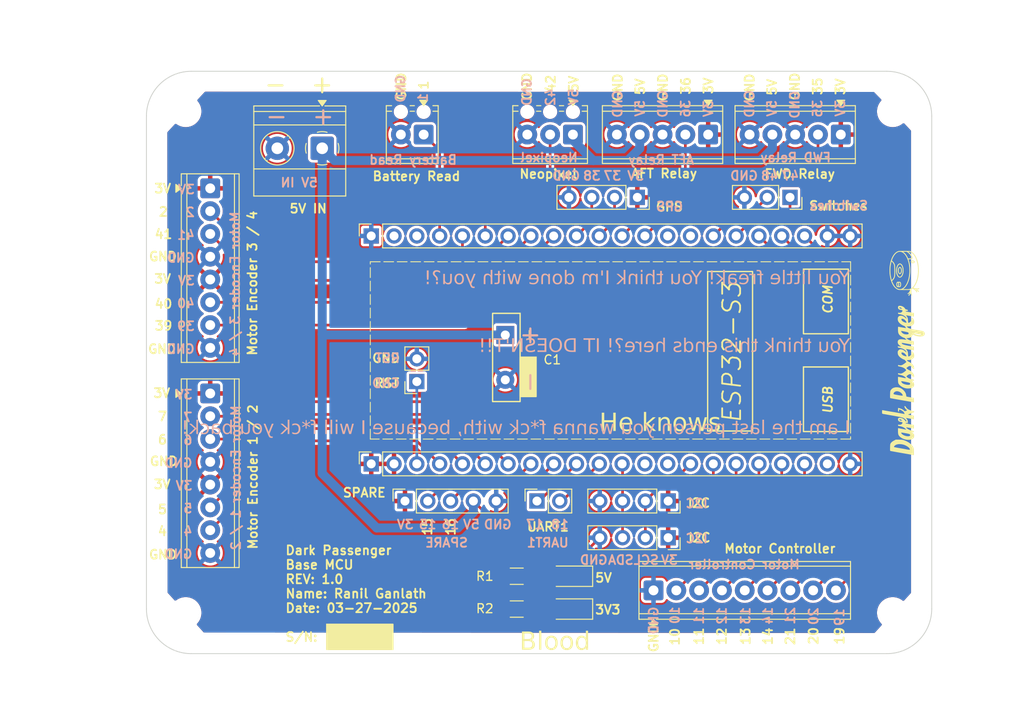
<source format=kicad_pcb>
(kicad_pcb (version 20241229) (generator "pcbnew") (generator_version "9.0")
  (title_block (title "Dark Passenger Base MCU PCB") (date "2025-03-27") (rev "1.0") (company "Ranil Ganlath"))
  (layers (0 "F.Cu" signal) (2 "B.Cu" power) (13 "F.Paste" user) (15 "B.Paste" user) (5 "F.SilkS" user "F.Silkscreen") (7 "B.SilkS" user "B.Silkscreen") (1 "F.Mask" user) (3 "B.Mask" user) (25 "Edge.Cuts" user))
  (net 0 "")
  (net 1 "GND")
  (net 2 "+5V")
  (net 3 "Net-(D1-A)")
  (net 4 "Net-(D2-A)")
  (net 5 "GPIO10")
  (net 6 "GPIO6")
  (net 7 "GPIO17")
  (net 8 "GPIO11")
  (net 9 "GPIO12")
  (net 10 "RST")
  (net 11 "GPIO13")
  (net 12 "+3.3V")
  (net 14 "GPIO16")
  (net 15 "5VIN")
  (net 16 "SDA")
  (net 17 "SCL")
  (net 19 "GPIO18")
  (net 20 "GPIO7")
  (net 21 "GPIO14")
  (net 22 "GPIO5")
  (net 23 "GPIO15")
  (net 24 "GPIO4")
  (net 25 "RX")
  (net 26 "GPIO20")
  (net 27 "GPIO37")
  (net 28 "GPIO19")
  (net 29 "GPIO2")
  (net 31 "GPIO41")
  (net 32 "GPIO21")
  (net 33 "GPIO38")
  (net 34 "GPIO35")
  (net 35 "GPIO47")
  (net 36 "GPIO39")
  (net 37 "TX")
  (net 39 "GPIO36")
  (net 40 "GPIO42")
  (net 41 "GPIO1")
  (net 42 "GPIO48")
  (net 43 "GPIO40")
  (footprint "Connector_PinSocket_2.54mm:PinSocket_1x05_P2.54mm_Vertical" (layer "F.Cu") (at 113.9192 78.8416 90)
    (property "Reference" "J13" (hide yes))
    (property "Value" "Spare")
    (pad "1" thru_hole rect (at 0 0 90) (size 1.7 1.7) (drill 1) (layers "*.Cu" "*.Mask") (net 12 "+3.3V"))
    (pad "2" thru_hole oval (at 0 2.54 90) (size 1.7 1.7) (drill 1) (layers "*.Cu" "*.Mask") (net 23 "GPIO15"))
    (pad "3" thru_hole oval (at 0 5.08 90) (size 1.7 1.7) (drill 1) (layers "*.Cu" "*.Mask") (net 14 "GPIO16"))
    (pad "4" thru_hole oval (at 0 7.62 90) (size 1.7 1.7) (drill 1) (layers "*.Cu" "*.Mask") (net 2 "+5V"))
    (pad "5" thru_hole oval (at 0 10.16 90) (size 1.7 1.7) (drill 1) (layers "*.Cu" "*.Mask") (net 1 "GND"))
  )
  (footprint "Connector_PinSocket_2.54mm:PinSocket_1x22_P2.54mm_Vertical" (layer "F.Cu") (at 110.16 74.7 90)
    (property "Reference" "J1" (hide yes))
    (property "Value" "Conn_01x22")
    (pad "1" thru_hole rect (at 0 0 90) (size 1.7 1.7) (drill 1) (layers "*.Cu" "*.Mask") (net 12 "+3.3V"))
    (pad "2" thru_hole oval (at 0 2.54 90) (size 1.7 1.7) (drill 1) (layers "*.Cu" "*.Mask") (net 12 "+3.3V"))
    (pad "3" thru_hole oval (at 0 5.08 90) (size 1.7 1.7) (drill 1) (layers "*.Cu" "*.Mask") (net 10 "RST"))
    (pad "4" thru_hole oval (at 0 7.62 90) (size 1.7 1.7) (drill 1) (layers "*.Cu" "*.Mask") (net 24 "GPIO4"))
    (pad "5" thru_hole oval (at 0 10.16 90) (size 1.7 1.7) (drill 1) (layers "*.Cu" "*.Mask") (net 22 "GPIO5"))
    (pad "6" thru_hole oval (at 0 12.7 90) (size 1.7 1.7) (drill 1) (layers "*.Cu" "*.Mask") (net 6 "GPIO6"))
    (pad "7" thru_hole oval (at 0 15.24 90) (size 1.7 1.7) (drill 1) (layers "*.Cu" "*.Mask") (net 20 "GPIO7"))
    (pad "8" thru_hole oval (at 0 17.78 90) (size 1.7 1.7) (drill 1) (layers "*.Cu" "*.Mask") (net 23 "GPIO15"))
    (pad "9" thru_hole oval (at 0 20.32 90) (size 1.7 1.7) (drill 1) (layers "*.Cu" "*.Mask") (net 14 "GPIO16"))
    (pad "10" thru_hole oval (at 0 22.86 90) (size 1.7 1.7) (drill 1) (layers "*.Cu" "*.Mask") (net 7 "GPIO17"))
    (pad "11" thru_hole oval (at 0 25.4 90) (size 1.7 1.7) (drill 1) (layers "*.Cu" "*.Mask") (net 19 "GPIO18"))
    (pad "12" thru_hole oval (at 0 27.94 90) (size 1.7 1.7) (drill 1) (layers "*.Cu" "*.Mask") (net 16 "SDA"))
    (pad "13" thru_hole oval (at 0 30.48 90) (size 1.7 1.7) (drill 1) (layers "*.Cu" "*.Mask"))
    (pad "14" thru_hole oval (at 0 33.02 90) (size 1.7 1.7) (drill 1) (layers "*.Cu" "*.Mask"))
    (pad "15" thru_hole oval (at 0 35.56 90) (size 1.7 1.7) (drill 1) (layers "*.Cu" "*.Mask") (net 17 "SCL"))
    (pad "16" thru_hole oval (at 0 38.1 90) (size 1.7 1.7) (drill 1) (layers "*.Cu" "*.Mask") (net 5 "GPIO10"))
    (pad "17" thru_hole oval (at 0 40.64 90) (size 1.7 1.7) (drill 1) (layers "*.Cu" "*.Mask") (net 8 "GPIO11"))
    (pad "18" thru_hole oval (at 0 43.18 90) (size 1.7 1.7) (drill 1) (layers "*.Cu" "*.Mask") (net 9 "GPIO12"))
    (pad "19" thru_hole oval (at 0 45.72 90) (size 1.7 1.7) (drill 1) (layers "*.Cu" "*.Mask") (net 11 "GPIO13"))
    (pad "20" thru_hole oval (at 0 48.26 90) (size 1.7 1.7) (drill 1) (layers "*.Cu" "*.Mask") (net 21 "GPIO14"))
    (pad "21" thru_hole oval (at 0 50.8 90) (size 1.7 1.7) (drill 1) (layers "*.Cu" "*.Mask") (net 15 "5VIN"))
    (pad "22" thru_hole oval (at 0 53.34 90) (size 1.7 1.7) (drill 1) (layers "*.Cu" "*.Mask") (net 1 "GND"))
  )
  (footprint "MountingHole:MountingHole_3mm" (layer "F.Cu") (at 89.5 91.3)
    (property "Reference" "H3" (hide yes))
    (property "Value" "MountingHole")
    (pad "" np_thru_hole circle (at 0 0) (size 3 3) (drill 3) (layers "*.Cu" "*.Mask"))
  )
  (footprint "Connector_PinSocket_2.54mm:PinSocket_1x04_P2.54mm_Vertical" (layer "F.Cu") (at 143.2306 82.931 -90)
    (property "Reference" "J11" (hide yes))
    (property "Value" "IMU")
    (pad "1" thru_hole rect (at 0 0 270) (size 1.7 1.7) (drill 1) (layers "*.Cu" "*.Mask") (net 12 "+3.3V"))
    (pad "2" thru_hole oval (at 0 2.54 270) (size 1.7 1.7) (drill 1) (layers "*.Cu" "*.Mask") (net 17 "SCL"))
    (pad "3" thru_hole oval (at 0 5.08 270) (size 1.7 1.7) (drill 1) (layers "*.Cu" "*.Mask") (net 16 "SDA"))
    (pad "4" thru_hole oval (at 0 7.62 270) (size 1.7 1.7) (drill 1) (layers "*.Cu" "*.Mask") (net 1 "GND"))
  )
  (footprint "LED_SMD:LED_1206_3216Metric_Pad1.42x1.75mm_HandSolder" (layer "F.Cu") (at 132.3596 90.8812 180)
    (property "Reference" "D2" (hide yes))
    (property "Value" "LED")
    (pad "1" smd roundrect (at -1.4875 0 180) (size 1.425 1.75) (layers "F.Cu" "F.Mask" "F.Paste") (roundrect_rratio 0.175439) (net 1 "GND"))
    (pad "2" smd roundrect (at 1.4875 0 180) (size 1.425 1.75) (layers "F.Cu" "F.Mask" "F.Paste") (roundrect_rratio 0.175439) (net 4 "Net-(D2-A)"))
  )
  (footprint "MountingHole:MountingHole_3mm" (layer "F.Cu") (at 168.24 91.3)
    (property "Reference" "H4" (hide yes))
    (property "Value" "MountingHole")
    (pad "" np_thru_hole circle (at 0 0) (size 3 3) (drill 3) (layers "*.Cu" "*.Mask"))
  )
  (footprint "LOGO" (layer "F.Cu") (at 169.596 65.1368 90)
    (property "Reference" "G***" (hide yes))
    (property "Value" "LOGO" (hide yes))
  )
  (footprint "TerminalBlock_Phoenix:TerminalBlock_Phoenix_MPT-0,5-8-2.54_1x08_P2.54mm_Horizontal" (layer "F.Cu") (at 92.2276 43.9928 -90)
    (property "Reference" "J15" (hide yes))
    (property "Value" "Motor Encoder 2")
    (pad "1" thru_hole roundrect (at 0 0 270) (size 2.2 2.2) (drill 1.1) (layers "*.Cu" "*.Mask") (roundrect_rratio 0.113636) (net 12 "+3.3V"))
    (pad "2" thru_hole circle (at 2.54 0 270) (size 2.2 2.2) (drill 1.1) (layers "*.Cu" "*.Mask") (net 29 "GPIO2"))
    (pad "3" thru_hole circle (at 5.08 0 270) (size 2.2 2.2) (drill 1.1) (layers "*.Cu" "*.Mask") (net 31 "GPIO41"))
    (pad "4" thru_hole circle (at 7.62 0 270) (size 2.2 2.2) (drill 1.1) (layers "*.Cu" "*.Mask") (net 1 "GND"))
    (pad "5" thru_hole circle (at 10.16 0 270) (size 2.2 2.2) (drill 1.1) (layers "*.Cu" "*.Mask") (net 12 "+3.3V"))
    (pad "6" thru_hole circle (at 12.7 0 270) (size 2.2 2.2) (drill 1.1) (layers "*.Cu" "*.Mask") (net 43 "GPIO40"))
    (pad "7" thru_hole circle (at 15.24 0 270) (size 2.2 2.2) (drill 1.1) (layers "*.Cu" "*.Mask") (net 36 "GPIO39"))
    (pad "8" thru_hole circle (at 17.78 0 270) (size 2.2 2.2) (drill 1.1) (layers "*.Cu" "*.Mask") (net 1 "GND"))
  )
  (footprint "Resistor_SMD:R_1206_3216Metric_Pad1.30x1.75mm_HandSolder" (layer "F.Cu") (at 126.3652 90.8812)
    (property "Reference" "R2" (at -3.5558 -0.0508 0) (layer "F.SilkS"))
    (property "Value" "1k")
    (pad "1" smd roundrect (at -1.55 0) (size 1.3 1.75) (layers "F.Cu" "F.Mask" "F.Paste") (roundrect_rratio 0.192308) (net 12 "+3.3V"))
    (pad "2" smd roundrect (at 1.55 0) (size 1.3 1.75) (layers "F.Cu" "F.Mask" "F.Paste") (roundrect_rratio 0.192308) (net 4 "Net-(D2-A)"))
  )
  (footprint "Connector_PinSocket_2.54mm:PinSocket_1x02_P2.54mm_Vertical" (layer "F.Cu") (at 115.24 65.532 180)
    (property "Reference" "J16" (hide yes))
    (property "Value" "RESET")
    (pad "1" thru_hole rect (at 0 0 180) (size 1.7 1.7) (drill 1) (layers "*.Cu" "*.Mask") (net 10 "RST"))
    (pad "2" thru_hole oval (at 0 2.54 180) (size 1.7 1.7) (drill 1) (layers "*.Cu" "*.Mask") (net 1 "GND"))
  )
  (footprint "TerminalBlock_Phoenix:TerminalBlock_Phoenix_MPT-0,5-9-2.54_1x09_P2.54mm_Horizontal" (layer "F.Cu") (at 141.6 88.8)
    (property "Reference" "J18" (hide yes))
    (property "Value" "Motor Control")
    (pad "1" thru_hole roundrect (at 0 0) (size 2.2 2.2) (drill 1.1) (layers "*.Cu" "*.Mask") (roundrect_rratio 0.113636) (net 1 "GND"))
    (pad "2" thru_hole circle (at 2.54 0) (size 2.2 2.2) (drill 1.1) (layers "*.Cu" "*.Mask") (net 5 "GPIO10"))
    (pad "3" thru_hole circle (at 5.08 0) (size 2.2 2.2) (drill 1.1) (layers "*.Cu" "*.Mask") (net 8 "GPIO11"))
    (pad "4" thru_hole circle (at 7.62 0) (size 2.2 2.2) (drill 1.1) (layers "*.Cu" "*.Mask") (net 9 "GPIO12"))
    (pad "5" thru_hole circle (at 10.16 0) (size 2.2 2.2) (drill 1.1) (layers "*.Cu" "*.Mask") (net 11 "GPIO13"))
    (pad "6" thru_hole circle (at 12.7 0) (size 2.2 2.2) (drill 1.1) (layers "*.Cu" "*.Mask") (net 21 "GPIO14"))
    (pad "7" thru_hole circle (at 15.24 0) (size 2.2 2.2) (drill 1.1) (layers "*.Cu" "*.Mask") (net 32 "GPIO21"))
    (pad "8" thru_hole circle (at 17.78 0) (size 2.2 2.2) (drill 1.1) (layers "*.Cu" "*.Mask") (net 26 "GPIO20"))
    (pad "9" thru_hole circle (at 20.32 0) (size 2.2 2.2) (drill 1.1) (layers "*.Cu" "*.Mask") (net 28 "GPIO19"))
  )
  (footprint "MountingHole:MountingHole_3mm" (layer "F.Cu") (at 168.24 35.42)
    (property "Reference" "H2" (hide yes))
    (property "Value" "MountingHole")
    (pad "" np_thru_hole circle (at 0 0) (size 3 3) (drill 3) (layers "*.Cu" "*.Mask"))
  )
  (footprint "Connector_PinSocket_2.54mm:PinSocket_1x22_P2.54mm_Vertical" (layer "F.Cu") (at 110.16 49.3 90)
    (property "Reference" "J2" (hide yes))
    (property "Value" "Conn_01x22")
    (pad "1" thru_hole rect (at 0 0 90) (size 1.7 1.7) (drill 1) (layers "*.Cu" "*.Mask") (net 1 "GND"))
    (pad "2" thru_hole oval (at 0 2.54 90) (size 1.7 1.7) (drill 1) (layers "*.Cu" "*.Mask") (net 37 "TX"))
    (pad "3" thru_hole oval (at 0 5.08 90) (size 1.7 1.7) (drill 1) (layers "*.Cu" "*.Mask") (net 25 "RX"))
    (pad "4" thru_hole oval (at 0 7.62 90) (size 1.7 1.7) (drill 1) (layers "*.Cu" "*.Mask") (net 41 "GPIO1"))
    (pad "5" thru_hole oval (at 0 10.16 90) (size 1.7 1.7) (drill 1) (layers "*.Cu" "*.Mask") (net 29 "GPIO2"))
    (pad "6" thru_hole oval (at 0 12.7 90) (size 1.7 1.7) (drill 1) (layers "*.Cu" "*.Mask") (net 40 "GPIO42"))
    (pad "7" thru_hole oval (at 0 15.24 90) (size 1.7 1.7) (drill 1) (layers "*.Cu" "*.Mask") (net 31 "GPIO41"))
    (pad "8" thru_hole oval (at 0 17.78 90) (size 1.7 1.7) (drill 1) (layers "*.Cu" "*.Mask") (net 43 "GPIO40"))
    (pad "9" thru_hole oval (at 0 20.32 90) (size 1.7 1.7) (drill 1) (layers "*.Cu" "*.Mask") (net 36 "GPIO39"))
    (pad "10" thru_hole oval (at 0 22.86 90) (size 1.7 1.7) (drill 1) (layers "*.Cu" "*.Mask") (net 33 "GPIO38"))
    (pad "11" thru_hole oval (at 0 25.4 90) (size 1.7 1.7) (drill 1) (layers "*.Cu" "*.Mask") (net 27 "GPIO37"))
    (pad "12" thru_hole oval (at 0 27.94 90) (size 1.7 1.7) (drill 1) (layers "*.Cu" "*.Mask") (net 39 "GPIO36"))
    (pad "13" thru_hole oval (at 0 30.48 90) (size 1.7 1.7) (drill 1) (layers "*.Cu" "*.Mask") (net 34 "GPIO35"))
    (pad "14" thru_hole oval (at 0 33.02 90) (size 1.7 1.7) (drill 1) (layers "*.Cu" "*.Mask"))
    (pad "15" thru_hole oval (at 0 35.56 90) (size 1.7 1.7) (drill 1) (layers "*.Cu" "*.Mask"))
    (pad "16" thru_hole oval (at 0 38.1 90) (size 1.7 1.7) (drill 1) (layers "*.Cu" "*.Mask") (net 42 "GPIO48"))
    (pad "17" thru_hole oval (at 0 40.64 90) (size 1.7 1.7) (drill 1) (layers "*.Cu" "*.Mask") (net 35 "GPIO47"))
    (pad "18" thru_hole oval (at 0 43.18 90) (size 1.7 1.7) (drill 1) (layers "*.Cu" "*.Mask") (net 32 "GPIO21"))
    (pad "19" thru_hole oval (at 0 45.72 90) (size 1.7 1.7) (drill 1) (layers "*.Cu" "*.Mask") (net 26 "GPIO20"))
    (pad "20" thru_hole oval (at 0 48.26 90) (size 1.7 1.7) (drill 1) (layers "*.Cu" "*.Mask") (net 28 "GPIO19"))
    (pad "21" thru_hole oval (at 0 50.8 90) (size 1.7 1.7) (drill 1) (layers "*.Cu" "*.Mask") (net 1 "GND"))
    (pad "22" thru_hole oval (at 0 53.34 90) (size 1.7 1.7) (drill 1) (layers "*.Cu" "*.Mask") (net 1 "GND"))
  )
  (footprint "LOGO" (layer "F.Cu") (at 169.596 53.1368 90)
    (property "Reference" "G***" (hide yes))
    (property "Value" "LOGO" (hide yes))
  )
  (footprint "Resistor_SMD:R_1206_3216Metric_Pad1.30x1.75mm_HandSolder" (layer "F.Cu") (at 126.3652 87.2236)
    (property "Reference" "R1" (at -3.5558 0 0) (layer "F.SilkS"))
    (property "Value" "1k")
    (pad "1" smd roundrect (at -1.55 0) (size 1.3 1.75) (layers "F.Cu" "F.Mask" "F.Paste") (roundrect_rratio 0.192308) (net 2 "+5V"))
    (pad "2" smd roundrect (at 1.55 0) (size 1.3 1.75) (layers "F.Cu" "F.Mask" "F.Paste") (roundrect_rratio 0.192308) (net 3 "Net-(D1-A)"))
  )
  (footprint "Connector_PinSocket_2.54mm:PinSocket_1x04_P2.54mm_Vertical" (layer "F.Cu") (at 143.2306 78.8416 -90)
    (property "Reference" "J10" (hide yes))
    (property "Value" "SPARE I2C")
    (pad "1" thru_hole rect (at 0 0 270) (size 1.7 1.7) (drill 1) (layers "*.Cu" "*.Mask") (net 12 "+3.3V"))
    (pad "2" thru_hole oval (at 0 2.54 270) (size 1.7 1.7) (drill 1) (layers "*.Cu" "*.Mask") (net 17 "SCL"))
    (pad "3" thru_hole oval (at 0 5.08 270) (size 1.7 1.7) (drill 1) (layers "*.Cu" "*.Mask") (net 16 "SDA"))
    (pad "4" thru_hole oval (at 0 7.62 270) (size 1.7 1.7) (drill 1) (layers "*.Cu" "*.Mask") (net 1 "GND"))
  )
  (footprint "TerminalBlock_Phoenix:TerminalBlock_Phoenix_MPT-0,5-3-2.54_1x03_P2.54mm_Horizontal" (layer "F.Cu") (at 132.6246 38 180)
    (property "Reference" "J4" (hide yes))
    (property "Value" "NeoPixel")
    (pad "" np_thru_hole circle (at 0 2.54 180) (size 1.1 1.1) (drill 1.1) (layers "*.Cu" "*.Mask"))
    (pad "" np_thru_hole circle (at 2.54 2.54 180) (size 1.1 1.1) (drill 1.1) (layers "*.Cu" "*.Mask"))
    (pad "" np_thru_hole circle (at 5.08 2.54 180) (size 1.1 1.1) (drill 1.1) (layers "*.Cu" "*.Mask"))
    (pad "1" thru_hole roundrect (at 0 0 180) (size 2.2 2.2) (drill 1.1) (layers "*.Cu" "*.Mask") (roundrect_rratio 0.113636) (net 2 "+5V"))
    (pad "2" thru_hole circle (at 2.54 0 180) (size 2.2 2.2) (drill 1.1) (layers "*.Cu" "*.Mask") (net 40 "GPIO42"))
    (pad "3" thru_hole circle (at 5.08 0 180) (size 2.2 2.2) (drill 1.1) (layers "*.Cu" "*.Mask") (net 1 "GND"))
  )
  (footprint "GanlathLib:CP_Radial_D10.0mm_P5.00mm" (layer "F.Cu") (at 125.090781 60.3356 -90)
    (property "Reference" "C1" (at 2.758 -5.236819 180) (layer "F.SilkS"))
    (property "Value" "C_Polarized" (hide yes))
    (pad "1" thru_hole rect (at 0 0 270) (size 2 2) (drill 1) (layers "*.Cu" "*.Mask") (net 2 "+5V"))
    (pad "2" thru_hole circle (at 5 0 270) (size 2 2) (drill 1) (layers "*.Cu" "*.Mask") (net 1 "GND"))
  )
  (footprint "Connector_PinSocket_2.54mm:PinSocket_1x03_P2.54mm_Vertical" (layer "F.Cu") (at 156.79928 44.99864 -90)
    (property "Reference" "J12" (hide yes))
    (property "Value" "Toggle Switches")
    (pad "1" thru_hole rect (at 0 0 270) (size 1.7 1.7) (drill 1) (layers "*.Cu" "*.Mask") (net 35 "GPIO47"))
    (pad "2" thru_hole oval (at 0 2.54 270) (size 1.7 1.7) (drill 1) (layers "*.Cu" "*.Mask") (net 42 "GPIO48"))
    (pad "3" thru_hole oval (at 0 5.08 270) (size 1.7 1.7) (drill 1) (layers "*.Cu" "*.Mask") (net 1 "GND"))
  )
  (footprint "TerminalBlock_Phoenix:TerminalBlock_Phoenix_MPT-0,5-5-2.54_1x05_P2.54mm_Horizontal" (layer "F.Cu") (at 147.6846 38 180)
    (property "Reference" "J7" (hide yes))
    (property "Value" "AFT_LED_RELAY")
    (pad "1" thru_hole roundrect (at 0 0 180) (size 2.2 2.2) (drill 1.1) (layers "*.Cu" "*.Mask") (roundrect_rratio 0.113636) (net 12 "+3.3V"))
    (pad "2" thru_hole circle (at 2.54 0 180) (size 2.2 2.2) (drill 1.1) (layers "*.Cu" "*.Mask") (net 39 "GPIO36"))
    (pad "3" thru_hole circle (at 5.08 0 180) (size 2.2 2.2) (drill 1.1) (layers "*.Cu" "*.Mask") (net 1 "GND"))
    (pad "4" thru_hole circle (at 7.62 0 180) (size 2.2 2.2) (drill 1.1) (layers "*.Cu" "*.Mask") (net 2 "+5V"))
    (pad "5" thru_hole circle (at 10.16 0 180) (size 2.2 2.2) (drill 1.1) (layers "*.Cu" "*.Mask") (net 1 "GND"))
  )
  (footprint "Connector_PinSocket_2.54mm:PinSocket_1x02_P2.54mm_Vertical" (layer "F.Cu") (at 128.62072 78.8416 90)
    (property "Reference" "J9" (hide yes))
    (property "Value" "UART")
    (pad "1" thru_hole rect (at 0 0 90) (size 1.7 1.7) (drill 1) (layers "*.Cu" "*.Mask") (net 7 "GPIO17"))
    (pad "2" thru_hole oval (at 0 2.54 90) (size 1.7 1.7) (drill 1) (layers "*.Cu" "*.Mask") (net 19 "GPIO18"))
  )
  (footprint "TerminalBlock_Phoenix:TerminalBlock_Phoenix_MPT-0,5-8-2.54_1x08_P2.54mm_Horizontal" (layer "F.Cu") (at 92.2276 66.8528 -90)
    (property "Reference" "J14" (hide yes))
    (property "Value" "Motor Encoder 1")
    (pad "1" thru_hole roundrect (at 0 0 270) (size 2.2 2.2) (drill 1.1) (layers "*.Cu" "*.Mask") (roundrect_rratio 0.113636) (net 12 "+3.3V"))
    (pad "2" thru_hole circle (at 2.54 0 270) (size 2.2 2.2) (drill 1.1) (layers "*.Cu" "*.Mask") (net 20 "GPIO7"))
    (pad "3" thru_hole circle (at 5.08 0 270) (size 2.2 2.2) (drill 1.1) (layers "*.Cu" "*.Mask") (net 6 "GPIO6"))
    (pad "4" thru_hole circle (at 7.62 0 270) (size 2.2 2.2) (drill 1.1) (layers "*.Cu" "*.Mask") (net 1 "GND"))
    (pad "5" thru_hole circle (at 10.16 0 270) (size 2.2 2.2) (drill 1.1) (layers "*.Cu" "*.Mask") (net 12 "+3.3V"))
    (pad "6" thru_hole circle (at 12.7 0 270) (size 2.2 2.2) (drill 1.1) (layers "*.Cu" "*.Mask") (net 22 "GPIO5"))
    (pad "7" thru_hole circle (at 15.24 0 270) (size 2.2 2.2) (drill 1.1) (layers "*.Cu" "*.Mask") (net 24 "GPIO4"))
    (pad "8" thru_hole circle (at 17.78 0 270) (size 2.2 2.2) (drill 1.1) (layers "*.Cu" "*.Mask") (net 1 "GND"))
  )
  (footprint "TerminalBlock_Phoenix:TerminalBlock_Phoenix_MPT-0,5-5-2.54_1x05_P2.54mm_Horizontal" (layer "F.Cu") (at 162.4586 38 180)
    (property "Reference" "J6" (hide yes))
    (property "Value" "FWD_LED_RELAY")
    (pad "1" thru_hole roundrect (at 0 0 180) (size 2.2 2.2) (drill 1.1) (layers "*.Cu" "*.Mask") (roundrect_rratio 0.113636) (net 12 "+3.3V"))
    (pad "2" thru_hole circle (at 2.54 0 180) (size 2.2 2.2) (drill 1.1) (layers "*.Cu" "*.Mask") (net 34 "GPIO35"))
    (pad "3" thru_hole circle (at 5.08 0 180) (size 2.2 2.2) (drill 1.1) (layers "*.Cu" "*.Mask") (net 1 "GND"))
    (pad "4" thru_hole circle (at 7.62 0 180) (size 2.2 2.2) (drill 1.1) (layers "*.Cu" "*.Mask") (net 2 "+5V"))
    (pad "5" thru_hole circle (at 10.16 0 180) (size 2.2 2.2) (drill 1.1) (layers "*.Cu" "*.Mask") (net 1 "GND"))
  )
  (footprint "Connector_PinSocket_2.54mm:PinSocket_1x04_P2.54mm_Vertical" (layer "F.Cu") (at 139.79906 44.99864 -90)
    (property "Reference" "J8" (hide yes))
    (property "Value" "GPS")
    (pad "1" thru_hole rect (at 0 0 270) (size 1.7 1.7) (drill 1) (layers "*.Cu" "*.Mask") (net 12 "+3.3V"))
    (pad "2" thru_hole oval (at 0 2.54 270) (size 1.7 1.7) (drill 1) (layers "*.Cu" "*.Mask") (net 27 "GPIO37"))
    (pad "3" thru_hole oval (at 0 5.08 270) (size 1.7 1.7) (drill 1) (layers "*.Cu" "*.Mask") (net 33 "GPIO38"))
    (pad "4" thru_hole oval (at 0 7.62 270) (size 1.7 1.7) (drill 1) (layers "*.Cu" "*.Mask") (net 1 "GND"))
  )
  (footprint "MountingHole:MountingHole_3mm" (layer "F.Cu") (at 89.5 35.42)
    (property "Reference" "H1" (hide yes))
    (property "Value" "MountingHole")
    (pad "" np_thru_hole circle (at 0 0) (size 3 3) (drill 3) (layers "*.Cu" "*.Mask"))
  )
  (footprint "TerminalBlock_Phoenix:TerminalBlock_Phoenix_MPT-0,5-2-2.54_1x02_P2.54mm_Horizontal" (layer "F.Cu") (at 116 38 180)
    (property "Reference" "J3" (hide yes))
    (property "Value" "Battery IN")
    (pad "" np_thru_hole circle (at 0 2.54 180) (size 1.1 1.1) (drill 1.1) (layers "*.Cu" "*.Mask"))
    (pad "" np_thru_hole circle (at 2.54 2.54 180) (size 1.1 1.1) (drill 1.1) (layers "*.Cu" "*.Mask"))
    (pad "1" thru_hole roundrect (at 0 0 180) (size 2.2 2.2) (drill 1.1) (layers "*.Cu" "*.Mask") (roundrect_rratio 0.113636) (net 41 "GPIO1"))
    (pad "2" thru_hole circle (at 2.54 0 180) (size 2.2 2.2) (drill 1.1) (layers "*.Cu" "*.Mask") (net 1 "GND"))
  )
  (footprint "LED_SMD:LED_1206_3216Metric_Pad1.42x1.75mm_HandSolder" (layer "F.Cu") (at 132.3596 87.2236 180)
    (property "Reference" "D1" (hide yes))
    (property "Value" "LED")
    (pad "1" smd roundrect (at -1.4875 0 180) (size 1.425 1.75) (layers "F.Cu" "F.Mask" "F.Paste") (roundrect_rratio 0.175439) (net 1 "GND"))
    (pad "2" smd roundrect (at 1.4875 0 180) (size 1.425 1.75) (layers "F.Cu" "F.Mask" "F.Paste") (roundrect_rratio 0.175439) (net 3 "Net-(D1-A)"))
  )
  (footprint "TerminalBlock_Phoenix:TerminalBlock_Phoenix_MKDS-1,5-2_1x02_P5.00mm_Horizontal" (layer "F.Cu") (at 104.7 39.5275 180)
    (property "Reference" "J5" (hide yes))
    (property "Value" "5V IN")
    (pad "1" thru_hole roundrect (at 0 0 180) (size 2.6 2.6) (drill 1.3) (layers "*.Cu" "*.Mask") (roundrect_rratio 0.096154) (net 2 "+5V"))
    (pad "2" thru_hole circle (at 5 0 180) (size 2.6 2.6) (drill 1.3) (layers "*.Cu" "*.Mask") (net 1 "GND"))
  )
  (gr_rect (start 105.207 92.58) (end 112.573 95.38) (stroke (width 0.15)) (fill yes) (layer "F.SilkS"))
  (gr_rect (start 158.3 53) (end 163.3 60.2) (stroke (width 0.15)) (fill no) (layer "F.SilkS"))
  (gr_rect (start 158.3 63.9) (end 163.3 71.1) (stroke (width 0.15)) (fill no) (layer "F.SilkS"))
  (gr_rect (start 110.0572 52.1716) (end 163.5508 71.9328) (stroke (width 0.1) (type dash)) (fill no) (layer "F.SilkS"))
  (gr_rect (start 147.6284 53.2616) (end 152.6284 71.0384) (stroke (width 0.15)) (fill no) (layer "F.SilkS"))
  (gr_line (start 167.58443 30.945933) (end 90.124336 30.945935) (stroke (width 0.1)) (layer "Edge.Cuts"))
  (gr_arc (start 167.584466 30.945933) (mid 171.120005 32.410442) (end 172.584467 35.946) (stroke (width 0.1)) (layer "Edge.Cuts"))
  (gr_line (start 85.124335 35.945933) (end 85.124333 90.8509) (stroke (width 0.1)) (layer "Edge.Cuts"))
  (gr_arc (start 90.124333 95.850866) (mid 86.588789 94.386409) (end 85.124333 90.850864) (stroke (width 0.1)) (layer "Edge.Cuts"))
  (gr_line (start 90.124333 95.850865) (end 167.5845 95.850867) (stroke (width 0.1)) (layer "Edge.Cuts"))
  (gr_arc (start 172.584466 90.850867) (mid 171.120009 94.386411) (end 167.584464 95.850867) (stroke (width 0.1)) (layer "Edge.Cuts"))
  (gr_arc (start 85.124334 35.945933) (mid 86.588799 32.410394) (end 90.124336 30.945933) (stroke (width 0.1)) (layer "Edge.Cuts"))
  (gr_line (start 172.584466 90.8509) (end 172.584466 35.946) (stroke (width 0.1)) (layer "Edge.Cuts"))
  (gr_text "1" (at 116.6 33.1 90) (layer "F.SilkS") (effects (font (size 1 1) (thickness 0.2)) (justify left bottom)))
  (gr_text "RST" (at 110.414 66.294 0) (layer "F.SilkS") (effects (font (size 1 1) (thickness 0.2)) (justify left bottom)))
  (gr_text "5V" (at 155.3892 33.7556 90) (layer "F.SilkS") (effects (font (size 1 1) (thickness 0.2)) (justify left bottom)))
  (gr_text "19" (at 162.9064 94.9492 90) (layer "F.SilkS") (effects (font (size 1 1) (thickness 0.2)) (justify left bottom)))
  (gr_text "GPS" (at 141.7576 46.6344 0) (layer "F.SilkS") (effects (font (size 1 1) (thickness 0.2)) (justify left bottom)))
  (gr_text "GND" (at 110.16 63.5 0) (layer "F.SilkS") (effects (font (size 1 1) (thickness 0.2)) (justify left bottom)))
  (gr_text "40" (at 85.9428 57.4616 0) (layer "F.SilkS") (effects (font (size 1 1) (thickness 0.2)) (justify left bottom)))
  (gr_text "41" (at 85.9428 49.6892 0) (layer "F.SilkS") (effects (font (size 1 1) (thickness 0.2)) (justify left bottom)))
  (gr_text "16" (at 119.6 82.8 90) (layer "F.SilkS") (effects (font (size 1 1) (thickness 0.2)) (justify left bottom)))
  (gr_text "3V" (at 148.3 33.6 90) (layer "F.SilkS") (effects (font (size 1 1) (thickness 0.2)) (justify left bottom)))
  (gr_text "2" (at 86.4 47.2 0) (layer "F.SilkS") (effects (font (size 1 1) (thickness 0.2)) (justify left bottom)))
  (gr_text "GND" (at 142.2 95.8 90) (layer "F.SilkS") (effects (font (size 1 1) (thickness 0.2)) (justify left bottom)))
  (gr_text "+" (at 106.1 31.5 180) (layer "F.SilkS") (effects (font (size 2 2) (thickness 0.25) (bold yes)) (justify left bottom)))
  (gr_text "35" (at 160.4692 33.7048 90) (layer "F.SilkS") (effects (font (size 1 1) (thickness 0.2)) (justify left bottom)))
  (gr_text "Motor Controller" (at 149.3776 84.7344 0) (layer "F.SilkS") (effects (font (size 1 1) (thickness 0.2)) (justify left bottom)))
  (gr_text "ESP32-S3" (at 151.5 70.3 90) (layer "F.SilkS") (effects (font (size 2 2) (thickness 0.2) (bold yes) (italic yes)) (justify left bottom)))
  (gr_text "5V" (at 135.0012 87.9856 0) (layer "F.SilkS") (effects (font (size 1 1) (thickness 0.2)) (justify left bottom)))
  (gr_text "3V" (at 85.892 54.6676 0) (layer "F.SilkS") (effects (font (size 1 1) (thickness 0.2)) (justify left bottom)))
  (gr_text "4" (at 86.3 82.8 0) (layer "F.SilkS") (effects (font (size 1 1) (thickness 0.2)) (justify left bottom)))
  (gr_text "3V" (at 85.8428 77.5676 0) (layer "F.SilkS") (effects (font (size 1 1) (thickness 0.2)) (justify left bottom)))
  (gr_text "He knows" (at 135.56 71.374 0) (layer "F.SilkS") (effects (font (size 2 2) (thickness 0.2)) (justify left bottom)))
  (gr_text "GND" (at 128.1 34.3 90) (layer "F.SilkS") (effects (font (size 1 1) (thickness 0.2)) (justify left bottom)))
  (gr_text "FWD Relay" (at 153.848 42.9768 0) (layer "F.SilkS") (effects (font (size 1 1) (thickness 0.2)) (justify left bottom)))
  (gr_text "3V3" (at 135.0012 91.5416 0) (layer "F.SilkS") (effects (font (size 1 1) (thickness 0.2)) (justify left bottom)))
  (gr_text "GND" (at 114.1 34.3 90) (layer "F.SilkS") (effects (font (size 1 1) (thickness 0.2)) (justify left bottom)))
  (gr_text "3V" (at 163 33.7 90) (layer "F.SilkS") (effects (font (size 1 1) (thickness 0.2)) (justify left bottom)))
  (gr_text "-" (at 100.9 31.5 180) (layer "F.SilkS") (effects (font (size 2 2) (thickness 0.25) (bold yes)) (justify left bottom)))
  (gr_text "Neopixel" (at 126.5684 42.9768 0) (layer "F.SilkS") (effects (font (size 1 1) (thickness 0.2)) (justify left bottom)))
  (gr_text "21" (at 157.42 95 90) (layer "F.SilkS") (effects (font (size 1 1) (thickness 0.2)) (justify left bottom)))
  (gr_text "15" (at 117 82.8 90) (layer "F.SilkS") (effects (font (size 1 1) (thickness 0.2)) (justify left bottom)))
  (gr_text "6" (at 86.3 72.5892 0) (layer "F.SilkS") (effects (font (size 1 1) (thickness 0.2)) (justify left bottom)))
  (gr_text "Switches" (at 158.8264 46.5328 0) (layer "F.SilkS") (effects (font (size 1 1) (thickness 0.2)) (justify left bottom)))
  (gr_text "Blood" (at 126.67 95.758 0) (layer "F.SilkS") (effects (font (size 2 2) (thickness 0.2)) (justify left bottom)))
  (gr_text "GND" (at 143.2292 34.4 90) (layer "F.SilkS") (effects (font (size 1 1) (thickness 0.2)) (justify left bottom)))
  (gr_text "36" (at 145.78 33.6492 90) (layer "F.SilkS") (effects (font (size 1 1) (thickness 0.2)) (justify left bottom)))
  (gr_text "I2C" (at 145.3644 83.5152 0) (layer "F.SilkS") (effects (font (size 1 1) (thickness 0.2)) (justify left bottom)))
  (gr_text "AFT Relay" (at 139.0144 42.926 0) (layer "F.SilkS") (effects (font (size 1 1) (thickness 0.2)) (justify left bottom)))
  (gr_text "Dark Passenger \nBase MCU\nREV: 1.0\nName: Ranil Ganlath\nDate: 03-27-2025\n\nS/N:" (at 100.508 94.58 0) (layer "F.SilkS") (effects (font (size 1 1) (thickness 0.2)) (justify left bottom)))
  (gr_text "SPARE" (at 106.9 78.5 0) (layer "F.SilkS") (effects (font (size 1 1) (thickness 0.2)) (justify left bottom)))
  (gr_text "I2C" (at 145.3136 79.6544 0) (layer "F.SilkS") (effects (font (size 1 1) (thickness 0.2)) (justify left bottom)))
  (gr_text "Motor Encoder 1 / 2" (at 97.5616 84.328 90) (layer "F.SilkS") (effects (font (size 1 1) (thickness 0.2)) (justify left bottom)))
  (gr_text "10" (at 144.5676 95.0508 90) (layer "F.SilkS") (effects (font (size 1 1) (thickness 0.2)) (justify left bottom)))
  (gr_text "GND" (at 152.8892 34.4048 90) (layer "F.SilkS") (effects (font (size 1 1) (thickness 0.2)) (justify left bottom)))
  (gr_text "5" (at 86.3 80.3616 0) (layer "F.SilkS") (effects (font (size 1 1) (thickness 0.2)) (justify left bottom)))
  (gr_text "Battery Read" (at 110.2108 43.2308 0) (layer "F.SilkS") (effects (font (size 1 1) (thickness 0.2)) (justify left bottom)))
  (gr_text "5V" (at 133.3 33.4 90) (layer "F.SilkS") (effects (font (size 1 1) (thickness 0.2)) (justify left bottom)))
  (gr_text "3V" (at 85.8 67.4 0) (layer "F.SilkS") (effects (font (size 1 1) (thickness 0.2)) (justify left bottom)))
  (gr_text "GND" (at 157.9292 34.3 90) (layer "F.SilkS") (effects (font (size 1 1) (thickness 0.2)) (justify left bottom)))
  (gr_text "20" (at 160.0108 94.9492 90) (layer "F.SilkS") (effects (font (size 1 1) (thickness 0.2)) (justify left bottom)))
  (gr_text "USB" (at 161.6 69.2 90) (layer "F.SilkS") (effects (font (size 1 1) (thickness 0.2) (bold yes) (italic yes)) (justify left bottom)))
  (gr_text "GND" (at 85.3 85.4 0) (layer "F.SilkS") (effects (font (size 1 1) (thickness 0.2)) (justify left bottom)))
  (gr_text "7" (at 86.3 70 0) (layer "F.SilkS") (effects (font (size 1 1) (thickness 0.2)) (justify left bottom)))
  (gr_text "GND" (at 85.3 52.1784 0) (layer "F.SilkS") (effects (font (size 1 1) (thickness 0.2)) (justify left bottom)))
  (gr_text "11" (at 147.26 95 90) (layer "F.SilkS") (effects (font (size 1 1) (thickness 0.2)) (justify left bottom)))
  (gr_text "3V" (at 85.9 44.6 0) (layer "F.SilkS") (effects (font (size 1 1) (thickness 0.2)) (justify left bottom)))
  (gr_text "COM" (at 161.6 58.1 90) (layer "F.SilkS") (effects (font (size 1 1) (thickness 0.2) (bold yes) (italic yes)) (justify left bottom)))
  (gr_text "5V" (at 140.7 33.7 90) (layer "F.SilkS") (effects (font (size 1 1) (thickness 0.2)) (justify left bottom)))
  (gr_text "GND" (at 85.2 62.4908 0) (layer "F.SilkS") (effects (font (size 1 1) (thickness 0.2)) (justify left bottom)))
  (gr_text "42" (at 130.734 33.4064 90) (layer "F.SilkS") (effects (font (size 1 1) (thickness 0.2)) (justify left bottom)))
  (gr_text "12" (at 149.8 95 90) (layer "F.SilkS") (effects (font (size 1 1) (thickness 0.2)) (justify left bottom)))
  (gr_text "13" (at 152.4416 95 90) (layer "F.SilkS") (effects (font (size 1 1) (thickness 0.2)) (justify left bottom)))
  (gr_text "UART1" (at 127.4 82.3 0) (layer "F.SilkS") (effects (font (size 1 1) (thickness 0.2)) (justify left bottom)))
  (gr_text "39" (at 85.9428 59.9 0) (layer "F.SilkS") (effects (font (size 1 1) (thickness 0.2)) (justify left bottom)))
  (gr_text "GND" (at 85.4 75 0) (layer "F.SilkS") (effects (font (size 1 1) (thickness 0.2)) (justify left bottom)))
  (gr_text "5V IN" (at 100.9652 46.8376 0) (layer "F.SilkS") (effects (font (size 1 1) (thickness 0.2)) (justify left bottom)))
  (gr_text "14" (at 154.9308 95 90) (layer "F.SilkS") (effects (font (size 1 1) (thickness 0.2)) (justify left bottom)))
  (gr_text "GND" (at 138.2 34.4 90) (layer "F.SilkS") (effects (font (size 1 1) (thickness 0.2)) (justify left bottom)))
  (gr_text "Motor Encoder 3 / 4" (at 97.5108 62.738 90) (layer "F.SilkS") (effects (font (size 1 1) (thickness 0.2)) (justify left bottom)))
  (gr_text "SPARE" (at 121.04 84.074 0) (layer "B.SilkS") (effects (font (size 1 1) (thickness 0.2)) (justify left bottom mirror)))
  (gr_text "RST" (at 113.462 63.5 0) (layer "B.SilkS") (effects (font (size 1 1) (thickness 0.2)) (justify left bottom mirror)))
  (gr_text "5V IN" (at 104.318 43.942 0) (layer "B.SilkS") (effects (font (size 1 1) (thickness 0.2)) (justify left bottom mirror)))
  (gr_text "-" (at 128.9 64.17381 90) (layer "B.SilkS") (effects (font (size 2 2) (thickness 0.25) (bold yes)) (justify left bottom mirror)))
  (gr_text "I am the last person you wanna f*ck with, because I will f*ck you back!" (at 163.5 71.628 0) (layer "B.SilkS") (effects (font (size 1.5 1.5) (thickness 0.2)) (justify left bottom mirror)))
  (gr_text "5V" (at 155.372 34.036 90) (layer "B.SilkS") (effects (font (size 1 1) (thickness 0.2)) (justify left bottom mirror)))
  (gr_text "37" (at 138.1 43.18 0) (layer "B.SilkS") (effects (font (size 1 1) (thickness 0.2)) (justify left bottom mirror)))
  (gr_text "+" (at 128.9 58.97381 90) (layer "B.SilkS") (effects (font (size 2 2) (thickness 0.25) (bold yes)) (justify left bottom mirror)))
  (gr_text "GND" (at 157.912 33.02 90) (layer "B.SilkS") (effects (font (size 1 1) (thickness 0.2)) (justify left bottom mirror)))
  (gr_text "GND" (at 152.872 32.9152 90) (layer "B.SilkS") (effects (font (size 1 1) (thickness 0.2)) (justify left bottom mirror)))
  (gr_text "3V" (at 90.602 44.704 0) (layer "B.SilkS") (effects (font (size 1 1) (thickness 0.2)) (justify left bottom mirror)))
  (gr_text "5" (at 90.348 80.264 0) (layer "B.SilkS") (effects (font (size 1 1) (thickness 0.2)) (justify left bottom mirror)))
  (gr_text "GND" (at 113.462 66.294 0) (layer "B.SilkS") (effects (font (size 1 1) (thickness 0.2)) (justify left bottom mirror)))
  (gr_text "5V" (at 140.6828 34.036 90) (layer "B.SilkS") (effects (font (size 1 1) (thickness 0.2)) (justify left bottom mirror)))
  (gr_text "GND" (at 133.528 43.18 0) (layer "B.SilkS") (effects (font (size 1 1) (thickness 0.2)) (justify left bottom mirror)))
  (gr_text "+" (at 106.216 37.0805 0) (layer "B.SilkS") (effects (font (size 2 2) (thickness 0.25) (bold yes)) (justify left bottom mirror)))
  (gr_text "5V" (at 122.352 82.042 0) (layer "B.SilkS") (effects (font (size 1 1) (thickness 0.2)) (justify left bottom mirror)))
  (gr_text "7" (at 90.348 70.104 0) (layer "B.SilkS") (effects (font (size 1 1) (thickness 0.2)) (justify left bottom mirror)))
  (gr_text "3V" (at 140.64 43.18 0) (layer "B.SilkS") (effects (font (size 1 1) (thickness 0.2)) (justify left bottom mirror)))
  (gr_text "GND" (at 138.1828 32.92 90) (layer "B.SilkS") (effects (font (size 1 1) (thickness 0.2)) (justify left bottom mirror)))
  (gr_text "GND" (at 128.074 31.612 90) (layer "B.SilkS") (effects (font (size 1 1) (thickness 0.2)) (justify left bottom mirror)))
  (gr_text "3V" (at 144.4 86 0) (layer "B.SilkS") (effects (font (size 1 1) (thickness 0.2)) (justify left bottom mirror)))
  (gr_text "SCL" (at 142.3 86 0) (layer "B.SilkS") (effects (font (size 1 1) (thickness 0.2)) (justify left bottom mirror)))
  (gr_text "GPS" (at 145 46.6 0) (layer "B.SilkS") (effects (font (size 1 1) (thickness 0.2)) (justify left bottom mirror)))
  (gr_text "21" (at 157.42 90.5492 90) (layer "B.SilkS") (effects (font (size 1 1) (thickness 0.2)) (justify left bottom mirror)))
  (gr_text "13" (at 152.4416 90.5492 90) (layer "B.SilkS") (effects (font (size 1 1) (thickness 0.2)) (justify left bottom mirror)))
  (gr_text "GND" (at 143.212 32.92 90) (layer "B.SilkS") (effects (font (size 1 1) (thickness 0.2)) (justify left bottom mirror)))
  (gr_text "SDA" (at 139.5 86 0) (layer "B.SilkS") (effects (font (size 1 1) (thickness 0.2)) (justify left bottom mirror)))
  (gr_text "42" (at 130.708 32.7596 90) (layer "B.SilkS") (effects (font (size 1 1) (thickness 0.2)) (justify left bottom mirror)))
  (gr_text "UART1" (at 132.258 84.074 0) (layer "B.SilkS") (effects (font (size 1 1) (thickness 0.2)) (justify left bottom mirror)))
  (gr_text "36" (at 145.7628 34.036 90) (layer "B.SilkS") (effects (font (size 1 1) (thickness 0.2)) (justify left bottom mirror)))
  (gr_text "GND" (at 114.01 31.242 90) (layer "B.SilkS") (effects (font (size 1 1) (thickness 0.2)) (justify left bottom mirror)))
  (gr_text "GND" (at 90.602 62.484 0) (layer "B.SilkS") (effects (font (size 1 1) (thickness 0.2)) (justify left bottom mirror)))
  (gr_text "41" (at 90.602 49.784 0) (layer "B.SilkS") (effects (font (size 1 1) (thickness 0.2)) (justify left bottom mirror)))
  (gr_text "GND" (at 153.34 43.18 0) (layer "B.SilkS") (effects (font (size 1 1) (thickness 0.2)) (justify left bottom mirror)))
  (gr_text "4" (at 90.348 82.804 0) (layer "B.SilkS") (effects (font (size 1 1) (thickness 0.2)) (justify left bottom mirror)))
  (gr_text "16" (at 120.066 82.042 0) (layer "B.SilkS") (effects (font (size 1 1) (thickness 0.2)) (justify left bottom mirror)))
  (gr_text "17" (at 129.464 82.042 0) (layer "B.SilkS") (effects (font (size 1 1) (thickness 0.2)) (justify left bottom mirror)))
  (gr_text "GND" (at 125.908 82.042 0) (layer "B.SilkS") (effects (font (size 1 1) (thickness 0.2)) (justify left bottom mirror)))
  (gr_text "Motor Encoder 3 / 4" (at 95.582 46.472 90) (layer "B.SilkS") (effects (font (size 1 1) (thickness 0.2)) (justify left bottom mirror)))
  (gr_text "11" (at 147.26 90.5492 90) (layer "B.SilkS") (effects (font (size 1 1) (thickness 0.2)) (justify left bottom mirror)))
  (gr_text "3V" (at 148.2828 34.0852 90) (layer "B.SilkS") (effects (font (size 1 1) (thickness 0.2)) (justify left bottom mirror)))
  (gr_text "12" (at 149.8 90.5492 90) (layer "B.SilkS") (effects (font (size 1 1) (thickness 0.2)) (justify left bottom mirror)))
  (gr_text "18" (at 132.258 82.042 0) (layer "B.SilkS") (effects (font (size 1 1) (thickness 0.2)) (justify left bottom mirror)))
  (gr_text "I2C" (at 147.752 79.7 0) (layer "B.SilkS") (effects (font (size 1 1) (thickness 0.2)) (justify left bottom mirror)))
  (gr_text "39" (at 90.602 59.944 0) (layer "B.SilkS") (effects (font (size 1 1) (thickness 0.2)) (justify left bottom mirror)))
  (gr_text "Motor Encoder 1 / 2" (at 95.682 68.072 90) (layer "B.SilkS") (effects (font (size 1 1) (thickness 0.2)) (justify left bottom mirror)))
  (gr_text "Battery Read" (at 119.812 41.402 0) (layer "B.SilkS") (effects (font (size 1 1) (thickness 0.2)) (justify left bottom mirror)))
  (gr_text "40" (at 90.602 57.404 0) (layer "B.SilkS") (effects (font (size 1 1) (thickness 0.2)) (justify left bottom mirror)))
  (gr_text "20" (at 160.0108 90.6 90) (layer "B.SilkS") (effects (font (size 1 1) (thickness 0.2)) (justify left bottom mirror)))
  (gr_text "47" (at 157.912 43.18 0) (layer "B.SilkS") (effects (font (size 1 1) (thickness 0.2)) (justify left bottom mirror)))
  (gr_text "GND" (at 136.6 86 0) (layer "B.SilkS") (effects (font (size 1 1) (thickness 0.2)) (justify left bottom mirror)))
  (gr_text "Motor Controller" (at 158 86.5 0) (layer "B.SilkS") (effects (font (size 1 1) (thickness 0.2)) (justify left bottom mirror)))
  (gr_text "2" (at 90.602 47.244 0) (layer "B.SilkS") (effects (font (size 1 1) (thickness 0.2)) (justify left bottom mirror)))
  (gr_text "3V" (at 90.348 67.564 0) (layer "B.SilkS") (effects (font (size 1 1) (thickness 0.2)) (justify left bottom mirror)))
  (gr_text "1" (at 116.51 33.274 90) (layer "B.SilkS") (effects (font (size 1 1) (thickness 0.2)) (justify left bottom mirror)))
  (gr_text "10" (at 144.5676 90.4984 90) (layer "B.SilkS") (effects (font (size 1 1) (thickness 0.2)) (justify left bottom mirror)))
  (gr_text "3V" (at 90.348 77.724 0) (layer "B.SilkS") (effects (font (size 1 1) (thickness 0.2)) (justify left bottom mirror)))
  (gr_text "35" (at 160.452 34.0312 90) (layer "B.SilkS") (effects (font (size 1 1) (thickness 0.2)) (justify left bottom mirror)))
  (gr_text "I2C" (at 147.752 83.6 0) (layer "B.SilkS") (effects (font (size 1 1) (thickness 0.2)) (justify left bottom mirror)))
  (gr_text "19" (at 162.9 90.7 90) (layer "B.SilkS") (effects (font (size 1 1) (thickness 0.2)) (justify left bottom mirror)))
  (gr_text "6" (at 90.348 72.644 0) (layer "B.SilkS") (effects (font (size 1 1) (thickness 0.2)) (justify left bottom mirror)))
  (gr_text "15" (at 117.526 82.042 0) (layer "B.SilkS") (effects (font (size 1 1) (thickness 0.2)) (justify left bottom mirror)))
  (gr_text "You little freak! You think I'm done with you?! \n\n\nYou think this ends here?! IT DOESN'T!!" (at 163.5 62.484 0) (layer "B.SilkS") (effects (font (size 1.5 1.5) (thickness 0.2)) (justify left bottom mirror)))
  (gr_text "Switches" (at 165.6 46.5 0) (layer "B.SilkS") (effects (font (size 1 1) (thickness 0.2)) (justify left bottom mirror)))
  (gr_text "-" (at 101.016 37.0805 0) (layer "B.SilkS") (effects (font (size 2 2) (thickness 0.25) (bold yes)) (justify left bottom mirror)))
  (gr_text "14" (at 154.9308 90.5492 90) (layer "B.SilkS") (effects (font (size 1 1) (thickness 0.2)) (justify left bottom mirror)))
  (gr_text "GND" (at 90.348 75.184 0) (layer "B.SilkS") (effects (font (size 1 1) (thickness 0.2)) (justify left bottom mirror)))
  (gr_text "Neopixel" (at 133.274 41.148 0) (layer "B.SilkS") (effects (font (size 1 1) (thickness 0.2)) (justify left bottom mirror)))
  (gr_text "GND" (at 90.602 52.324 0) (layer "B.SilkS") (effects (font (size 1 1) (thickness 0.2)) (justify left bottom mirror)))
  (gr_text "3V" (at 90.602 54.864 0) (layer "B.SilkS") (effects (font (size 1 1) (thickness 0.2)) (justify left bottom mirror)))
  (gr_text "FWD Relay" (at 161.468 41.148 0) (layer "B.SilkS") (effects (font (size 1 1) (thickness 0.2)) (justify left bottom mirror)))
  (gr_text "3V" (at 162.9828 34.036 90) (layer "B.SilkS") (effects (font (size 1 1) (thickness 0.2)) (justify left bottom mirror)))
  (gr_text "38" (at 135.814 43.18 0) (layer "B.SilkS") (effects (font (size 1 1) (thickness 0.2)) (justify left bottom mirror)))
  (gr_text "48" (at 155.626 43.18 0) (layer "B.SilkS") (effects (font (size 1 1) (thickness 0.2)) (justify left bottom mirror)))
  (gr_text "5V" (at 133.274 32.766 90) (layer "B.SilkS") (effects (font (size 1 1) (thickness 0.2)) (justify left bottom mirror)))
  (gr_text "GND" (at 142.2 90.5 90) (layer "B.SilkS") (effects (font (size 1 1) (thickness 0.2)) (justify left bottom mirror)))
  (gr_text "AFT Relay" (at 146.228 41.402 0) (layer "B.SilkS") (effects (font (size 1 1) (thickness 0.2)) (justify left bottom mirror)))
  (gr_text "GND" (at 90.348 85.344 0) (layer "B.SilkS") (effects (font (size 1 1) (thickness 0.2)) (justify left bottom mirror)))
  (gr_text "3V" (at 114.986 82.042 0) (layer "B.SilkS") (effects (font (size 1 1) (thickness 0.2)) (justify left bottom mirror)))
  (segment (start 133.8471 84.6945) (end 135.6106 82.931) (width 0.3) (layer "F.Cu") (net 1))
  (segment (start 133.8471 87.2236) (end 133.8471 84.6945) (width 0.3) (layer "F.Cu") (net 1))
  (segment (start 133.8471 90.8812) (end 133.8471 87.2236) (width 0.3) (layer "F.Cu") (net 1))
  (segment (start 124.8152 87.2236) (end 124.8152 82.1176) (width 0.3) (layer "F.Cu") (net 2))
  (segment (start 124.8152 82.1176) (end 121.5392 78.8416) (width 0.3) (layer "F.Cu") (net 2))
  (segment (start 134.8996 40.894) (end 138.726234 40.894) (width 1) (layer "B.Cu") (net 2))
  (segment (start 138.726234 40.894) (end 140.0646 39.555634) (width 1) (layer "B.Cu") (net 2))
  (segment (start 134.8996 40.894) (end 106.0665 40.894) (width 1) (layer "B.Cu") (net 2))
  (segment (start 154.8386 39.555634) (end 153.500234 40.894) (width 1) (layer "B.Cu") (net 2))
  (segment (start 106.0665 40.894) (end 104.7 39.5275) (width 1) (layer "B.Cu") (net 2))
  (segment (start 153.500234 40.894) (end 138.726234 40.894) (width 1) (layer "B.Cu") (net 2))
  (segment (start 154.8386 38) (end 154.8386 39.555634) (width 1) (layer "B.Cu") (net 2))
  (segment (start 140.0646 39.555634) (end 140.0646 38) (width 1) (layer "B.Cu") (net 2))
  (segment (start 132.6246 38.619) (end 134.8996 40.894) (width 1) (layer "B.Cu") (net 2))
  (segment (start 119.812 81.8388) (end 121.5392 80.1116) (width 1) (layer "B.Cu") (net 2))
  (segment (start 125.090781 60.3356) (end 104.7868 60.3356) (width 1) (layer "B.Cu") (net 2))
  (segment (start 104.7 39.5275) (end 104.7 60.2488) (width 1) (layer "B.Cu") (net 2))
  (segment (start 110.7696 81.8388) (end 119.812 81.8388) (width 1) (layer "B.Cu") (net 2))
  (segment (start 132.6246 38) (end 132.6246 38.619) (width 1) (layer "B.Cu") (net 2))
  (segment (start 121.5392 80.1116) (end 121.5392 78.8416) (width 1) (layer "B.Cu") (net 2))
  (segment (start 104.7 75.7692) (end 110.7696 81.8388) (width 1) (layer "B.Cu") (net 2))
  (segment (start 104.7 60.2488) (end 104.7 75.7692) (width 1) (layer "B.Cu") (net 2))
  (segment (start 104.7868 60.3356) (end 104.7 60.2488) (width 1) (layer "B.Cu") (net 2))
  (segment (start 130.8721 87.2236) (end 127.9152 87.2236) (width 0.3) (layer "F.Cu") (net 3))
  (segment (start 127.9152 90.8812) (end 130.8721 90.8812) (width 0.3) (layer "F.Cu") (net 4))
  (segment (start 144.14 88.8) (end 148.26 84.68) (width 0.299974) (layer "F.Cu") (net 5))
  (segment (start 148.26 84.68) (end 148.26 74.7) (width 0.299974) (layer "F.Cu") (net 5))
  (segment (start 122.86 74.7) (end 117.3496 69.1896) (width 0.3) (layer "F.Cu") (net 6))
  (segment (start 99.492 69.1896) (end 96.7488 71.9328) (width 0.3) (layer "F.Cu") (net 6))
  (segment (start 96.7488 71.9328) (end 92.2276 71.9328) (width 0.3) (layer "F.Cu") (net 6))
  (segment (start 117.3496 69.1896) (end 99.492 69.1896) (width 0.3) (layer "F.Cu") (net 6))
  (segment (start 128.8784 78.8416) (end 128.62072 78.8416) (width 0.3) (layer "F.Cu") (net 7))
  (segment (start 133.02 74.7) (end 128.8784 78.8416) (width 0.3) (layer "F.Cu") (net 7))
  (segment (start 150.8 84.68) (end 146.68 88.8) (width 0.299974) (layer "F.Cu") (net 8))
  (segment (start 150.8 74.7) (end 150.8 84.68) (width 0.299974) (layer "F.Cu") (net 8))
  (segment (start 153.34 84.68) (end 153.34 74.7) (width 0.299974) (layer "F.Cu") (net 9))
  (segment (start 149.22 88.8) (end 153.34 84.68) (width 0.299974) (layer "F.Cu") (net 9))
  (segment (start 115.24 74.7) (end 115.24 65.532) (width 0.3) (layer "B.Cu") (net 10))
  (segment (start 155.88 84.68) (end 151.76 88.8) (width 0.299974) (layer "F.Cu") (net 11))
  (segment (start 155.88 74.7) (end 155.88 84.68) (width 0.299974) (layer "F.Cu") (net 11))
  (segment (start 127.8116 77.3684) (end 120.4724 77.3684) (width 0.3) (layer "F.Cu") (net 14))
  (segment (start 120.4724 77.3684) (end 118.9992 78.8416) (width 0.3) (layer "F.Cu") (net 14))
  (segment (start 130.48 74.7) (end 127.8116 77.3684) (width 0.3) (layer "F.Cu") (net 14))
  (segment (start 138.1506 74.7506) (end 138.1 74.7) (width 0.299974) (layer "F.Cu") (net 16))
  (segment (start 138.1506 82.931) (end 138.1506 78.8416) (width 0.299974) (layer "F.Cu") (net 16))
  (segment (start 138.1506 78.8416) (end 138.1506 74.7506) (width 0.299974) (layer "F.Cu") (net 16))
  (segment (start 140.6906 82.931) (end 140.6906 78.8416) (width 0.299974) (layer "F.Cu") (net 17))
  (segment (start 143.6612 76.7588) (end 145.72 74.7) (width 0.299974) (layer "F.Cu") (net 17))
  (segment (start 142.7734 76.7588) (end 143.6612 76.7588) (width 0.299974) (layer "F.Cu") (net 17))
  (segment (start 140.6906 78.8416) (end 142.7734 76.7588) (width 0.299974) (layer "F.Cu") (net 17))
  (segment (start 135.56 74.7) (end 131.4184 78.8416) (width 0.3) (layer "F.Cu") (net 19))
  (segment (start 131.4184 78.8416) (end 131.16072 78.8416) (width 0.3) (layer "F.Cu") (net 19))
  (segment (start 125.4 74.7) (end 118.4672 67.7672) (width 0.3) (layer "F.Cu") (net 20))
  (segment (start 118.4672 67.7672) (end 98.4252 67.7672) (width 0.3) (layer "F.Cu") (net 20))
  (segment (start 98.4252 67.7672) (end 96.7996 69.3928) (width 0.3) (layer "F.Cu") (net 20))
  (segment (start 96.7996 69.3928) (end 92.2276 69.3928) (width 0.3) (layer "F.Cu") (net 20))
  (segment (start 158.42 84.68) (end 158.42 74.7) (width 0.299974) (layer "F.Cu") (net 21))
  (segment (start 154.3 88.8) (end 158.42 84.68) (width 0.299974) (layer "F.Cu") (net 21))
  (segment (start 101.016 70.7644) (end 92.2276 79.5528) (width 0.3) (layer "F.Cu") (net 22))
  (segment (start 116.3844 70.7644) (end 101.016 70.7644) (width 0.3) (layer "F.Cu") (net 22))
  (segment (start 120.32 74.7) (end 116.3844 70.7644) (width 0.3) (layer "F.Cu") (net 22))
  (segment (start 126.2876 76.3524) (end 118.9484 76.3524) (width 0.3) (layer "F.Cu") (net 23))
  (segment (start 127.94 74.7) (end 126.2876 76.3524) (width 0.3) (layer "F.Cu") (net 23))
  (segment (start 118.9484 76.3524) (end 116.4592 78.8416) (width 0.3) (layer "F.Cu") (net 23))
  (segment (start 102.1844 72.136) (end 92.2276 82.0928) (width 0.3) (layer "F.Cu") (net 24))
  (segment (start 117.78 74.7) (end 115.216 72.136) (width 0.3) (layer "F.Cu") (net 24))
  (segment (start 115.216 72.136) (end 102.1844 72.136) (width 0.3) (layer "F.Cu") (net 24))
  (segment (start 167.1576 81.0224) (end 167.1576 60.5776) (width 0.299974) (layer "F.Cu") (net 26))
  (segment (start 167.1576 60.5776) (end 155.88 49.3) (width 0.299974) (layer "F.Cu") (net 26))
  (segment (start 159.38 88.8) (end 167.1576 81.0224) (width 0.299974) (layer "F.Cu") (net 26))
  (segment (start 137.25906 47.60094) (end 137.25906 44.99864) (width 0.299974) (layer "F.Cu") (net 27))
  (segment (start 135.56 49.3) (end 137.25906 47.60094) (width 0.299974) (layer "F.Cu") (net 27))
  (segment (start 168.834 59.714) (end 158.42 49.3) (width 0.299974) (layer "F.Cu") (net 28))
  (segment (start 161.92 88.8) (end 168.834 81.886) (width 0.299974) (layer "F.Cu") (net 28))
  (segment (start 168.834 81.886) (end 168.834 59.714) (width 0.299974) (layer "F.Cu") (net 28))
  (segment (start 120.32 50.6984) (end 118.8468 52.1716) (width 0.3) (layer "F.Cu") (net 29))
  (segment (start 120.32 49.3) (end 120.32 50.6984) (width 0.3) (layer "F.Cu") (net 29))
  (segment (start 118.8468 52.1716) (end 97.8664 52.1716) (width 0.3) (layer "F.Cu") (net 29))
  (segment (start 97.8664 52.1716) (end 92.2276 46.5328) (width 0.3) (layer "F.Cu") (net 29))
  (segment (start 97.4092 54.2544) (end 92.2276 49.0728) (width 0.3) (layer "F.Cu") (net 31))
  (segment (start 125.4 49.3) (end 120.4456 54.2544) (width 0.3) (layer "F.Cu") (net 31))
  (segment (start 120.4456 54.2544) (end 97.4092 54.2544) (width 0.3) (layer "F.Cu") (net 31))
  (segment (start 156.84 88.8) (end 165.8368 79.8032) (width 0.299974) (layer "F.Cu") (net 32))
  (segment (start 165.8368 79.8032) (end 165.8368 61.7968) (width 0.299974) (layer "F.Cu") (net 32))
  (segment (start 165.8368 61.7968) (end 153.34 49.3) (width 0.299974) (layer "F.Cu") (net 32))
  (segment (start 133.02 49.3) (end 134.71906 47.60094) (width 0.299974) (layer "F.Cu") (net 33))
  (segment (start 134.71906 47.60094) (end 134.71906 44.99864) (width 0.299974) (layer "F.Cu") (net 33))
  (segment (start 145.4152 47.752) (end 150.6984 42.4688) (width 0.299974) (layer "F.Cu") (net 34))
  (segment (start 142.188 47.752) (end 145.4152 47.752) (width 0.299974) (layer "F.Cu") (net 34))
  (segment (start 159.9186 41.2242) (end 159.9186 38) (width 0.299974) (layer "F.Cu") (net 34))
  (segment (start 150.6984 42.4688) (end 158.674 42.4688) (width 0.299974) (layer "F.Cu") (net 34))
  (segment (start 140.64 49.3) (end 142.188 47.752) (width 0.299974) (layer "F.Cu") (net 34))
  (segment (start 158.674 42.4688) (end 159.9186 41.2242) (width 0.299974) (layer "F.Cu") (net 34))
  (segment (start 155.7276 47.752) (end 152.348 47.752) (width 0.299974) (layer "F.Cu") (net 35))
  (segment (start 156.79928 46.68032) (end 155.7276 47.752) (width 0.299974) (layer "F.Cu") (net 35))
  (segment (start 156.79928 44.99864) (end 156.79928 46.68032) (width 0.299974) (layer "F.Cu") (net 35))
  (segment (start 152.348 47.752) (end 150.8 49.3) (width 0.299974) (layer "F.Cu") (net 35))
  (segment (start 130.48 49.3) (end 120.5472 59.2328) (width 0.3) (layer "F.Cu") (net 36))
  (segment (start 120.5472 59.2328) (end 92.2276 59.2328) (width 0.3) (layer "F.Cu") (net 36))
  (segment (start 141.91 46.9392) (end 140.4608 46.9392) (width 0.299974) (layer "F.Cu") (net 39))
  (segment (start 145.1446 43.7046) (end 141.91 46.9392) (width 0.299974) (layer "F.Cu") (net 39))
  (segment (start 140.4608 46.9392) (end 138.1 49.3) (width 0.299974) (layer "F.Cu") (net 39))
  (segment (start 145.1446 38) (end 145.1446 43.7046) (width 0.299974) (layer "F.Cu") (net 39))
  (segment (start 122.86 48.0568) (end 122.86 49.3) (width 0.3) (layer "F.Cu") (net 40))
  (segment (start 130.0846 43.1182) (end 126.3652 46.8376) (width 0.3) (layer "F.Cu") (net 40))
  (segment (start 130.0846 38) (end 130.0846 43.1182) (width 0.3) (layer "F.Cu") (net 40))
  (segment (start 126.3652 46.8376) (end 124.0792 46.8376) (width 0.3) (layer "F.Cu") (net 40))
  (segment (start 124.0792 46.8376) (end 122.86 48.0568) (width 0.3) (layer "F.Cu") (net 40))
  (segment (start 117.78 39.78) (end 116 38) (width 0.3) (layer "F.Cu") (net 41))
  (segment (start 117.78 49.3) (end 117.78 39.78) (width 0.3) (layer "F.Cu") (net 41))
  (segment (start 152.6288 46.6344) (end 150.9256 46.6344) (width 0.299974) (layer "F.Cu") (net 42))
  (segment (start 150.9256 46.6344) (end 148.26 49.3) (width 0.299974) (layer "F.Cu") (net 42))
  (segment (start 154.25928 45.00392) (end 152.6288 46.6344) (width 0.299974) (layer "F.Cu") (net 42))
  (segment (start 154.25928 44.99864) (end 154.25928 45.00392) (width 0.299974) (layer "F.Cu") (net 42))
  (segment (start 127.94 49.3) (end 120.5472 56.6928) (width 0.3) (layer "F.Cu") (net 43))
  (segment (start 120.5472 56.6928) (end 92.2276 56.6928) (width 0.3) (layer "F.Cu") (net 43))
  (zone (net 12) (net_name "+3.3V") (layer "F.Cu") (connect_pads (clearance 0.3)) (min_thickness 0.25) (fill yes (thermal_gap 0.5) (thermal_bridge_width 0.5))
    (polygon (pts (xy 84.1 28.9) (xy 174.5 28.2) (xy 174.5 98.3) (xy 83.9 98.7)))
  )
  (zone (net 0) (net_name "") (layers "F.Cu" "B.Cu" "User.2") (connect_pads (clearance 0)) (min_thickness 0.25)
    (keepout (tracks allowed) (vias allowed) (pads allowed) (copperpour not_allowed) (footprints allowed))
    (fill (thermal_gap 0.5) (thermal_bridge_width 0.5))
    (polygon (pts (xy 168.2498 35.4076) (xy 170.2818 37.5666) (xy 170.2818 89.0778) (xy 166.2178 93.5482) (xy 91.5164 93.4974) (xy 91.3894 100.203) (xy 176.454 100.5586) (xy 175.819 27.5082) (xy 168.1482 27.2796)))
  )
  (zone (net 0) (net_name "") (layers "F.Cu" "B.Cu" "User.2") (connect_pads (clearance 0)) (min_thickness 0.25)
    (keepout (tracks allowed) (vias allowed) (pads allowed) (copperpour not_allowed) (footprints allowed))
    (fill (thermal_gap 0.5) (thermal_bridge_width 0.5))
    (polygon (pts (xy 168.2498 35.4076) (xy 166.1416 33.2486) (xy 91.6434 33.2232) (xy 87.4524 37.7444) (xy 87.4778 89.0524) (xy 91.5164 93.4974) (xy 91.3894 100.203) (xy 81.6866 100.2284) (xy 81.2294 26.2382) (xy 168.1482 27.2796)))
  )
  (zone (net 1) (net_name "GND") (layer "B.Cu") (connect_pads (clearance 0.3)) (min_thickness 0.25) (fill yes (thermal_gap 0.5) (thermal_bridge_width 0.5))
    (polygon (pts (xy 84.1 28.9) (xy 174.6 28.2) (xy 174.4 98.1) (xy 83.9 98.7)))
  )
)
</source>
